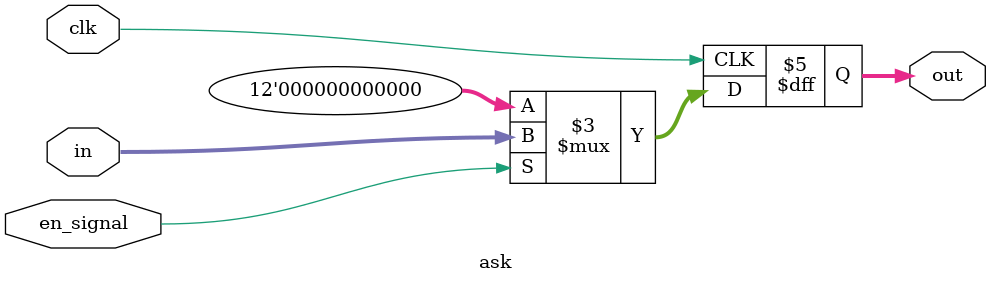
<source format=v>
module ask(clk, en_signal, in, out);
input clk, en_signal;
input [11:0] in;
output reg [11:0] out;

// Amplitude Shift Keying or On Off Keying
// en_signal which is lfsr[0]

always@(posedge clk)begin
    if(en_signal)// if lfsr0 is 1 then
        out <= in;// out is in
    else 
        out <= 12'b0;// else stay 0
end

endmodule


</source>
